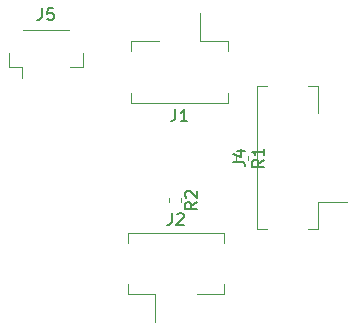
<source format=gbr>
G04 #@! TF.GenerationSoftware,KiCad,Pcbnew,(5.1.5-0)*
G04 #@! TF.CreationDate,2020-12-28T17:14:56-07:00*
G04 #@! TF.ProjectId,back_v2,6261636b-5f76-4322-9e6b-696361645f70,rev?*
G04 #@! TF.SameCoordinates,Original*
G04 #@! TF.FileFunction,Legend,Top*
G04 #@! TF.FilePolarity,Positive*
%FSLAX46Y46*%
G04 Gerber Fmt 4.6, Leading zero omitted, Abs format (unit mm)*
G04 Created by KiCad (PCBNEW (5.1.5-0)) date 2020-12-28 17:14:56*
%MOMM*%
%LPD*%
G04 APERTURE LIST*
%ADD10C,0.120000*%
%ADD11C,0.150000*%
G04 APERTURE END LIST*
D10*
X138590000Y-114028733D02*
X138590000Y-114371267D01*
X139610000Y-114028733D02*
X139610000Y-114371267D01*
X144265000Y-110453733D02*
X144265000Y-110796267D01*
X145285000Y-110453733D02*
X145285000Y-110796267D01*
X126260000Y-99790000D02*
X130140000Y-99790000D01*
X131310000Y-102910000D02*
X130260000Y-102910000D01*
X131310000Y-101760000D02*
X131310000Y-102910000D01*
X126140000Y-102910000D02*
X126140000Y-103900000D01*
X125090000Y-102910000D02*
X126140000Y-102910000D01*
X125090000Y-101760000D02*
X125090000Y-102910000D01*
X146040000Y-104515000D02*
X146890000Y-104515000D01*
X146040000Y-116685000D02*
X146040000Y-104515000D01*
X146890000Y-116685000D02*
X146040000Y-116685000D01*
X151260000Y-104515000D02*
X151260000Y-106840000D01*
X150410000Y-104515000D02*
X151260000Y-104515000D01*
X151260000Y-114360000D02*
X153650000Y-114360000D01*
X151260000Y-116685000D02*
X151260000Y-114360000D01*
X150410000Y-116685000D02*
X151260000Y-116685000D01*
X143285000Y-116940000D02*
X143285000Y-117790000D01*
X135115000Y-116940000D02*
X143285000Y-116940000D01*
X135115000Y-117790000D02*
X135115000Y-116940000D01*
X143285000Y-122160000D02*
X140960000Y-122160000D01*
X143285000Y-121310000D02*
X143285000Y-122160000D01*
X137440000Y-122160000D02*
X137440000Y-124550000D01*
X135115000Y-122160000D02*
X137440000Y-122160000D01*
X135115000Y-121310000D02*
X135115000Y-122160000D01*
X135415000Y-105960000D02*
X135415000Y-105110000D01*
X143585000Y-105960000D02*
X135415000Y-105960000D01*
X143585000Y-105110000D02*
X143585000Y-105960000D01*
X135415000Y-100740000D02*
X137740000Y-100740000D01*
X135415000Y-101590000D02*
X135415000Y-100740000D01*
X141260000Y-100740000D02*
X141260000Y-98350000D01*
X143585000Y-100740000D02*
X141260000Y-100740000D01*
X143585000Y-101590000D02*
X143585000Y-100740000D01*
D11*
X140982380Y-114366666D02*
X140506190Y-114700000D01*
X140982380Y-114938095D02*
X139982380Y-114938095D01*
X139982380Y-114557142D01*
X140030000Y-114461904D01*
X140077619Y-114414285D01*
X140172857Y-114366666D01*
X140315714Y-114366666D01*
X140410952Y-114414285D01*
X140458571Y-114461904D01*
X140506190Y-114557142D01*
X140506190Y-114938095D01*
X140077619Y-113985714D02*
X140030000Y-113938095D01*
X139982380Y-113842857D01*
X139982380Y-113604761D01*
X140030000Y-113509523D01*
X140077619Y-113461904D01*
X140172857Y-113414285D01*
X140268095Y-113414285D01*
X140410952Y-113461904D01*
X140982380Y-114033333D01*
X140982380Y-113414285D01*
X146657380Y-110791666D02*
X146181190Y-111125000D01*
X146657380Y-111363095D02*
X145657380Y-111363095D01*
X145657380Y-110982142D01*
X145705000Y-110886904D01*
X145752619Y-110839285D01*
X145847857Y-110791666D01*
X145990714Y-110791666D01*
X146085952Y-110839285D01*
X146133571Y-110886904D01*
X146181190Y-110982142D01*
X146181190Y-111363095D01*
X146657380Y-109839285D02*
X146657380Y-110410714D01*
X146657380Y-110125000D02*
X145657380Y-110125000D01*
X145800238Y-110220238D01*
X145895476Y-110315476D01*
X145943095Y-110410714D01*
X127866666Y-97952380D02*
X127866666Y-98666666D01*
X127819047Y-98809523D01*
X127723809Y-98904761D01*
X127580952Y-98952380D01*
X127485714Y-98952380D01*
X128819047Y-97952380D02*
X128342857Y-97952380D01*
X128295238Y-98428571D01*
X128342857Y-98380952D01*
X128438095Y-98333333D01*
X128676190Y-98333333D01*
X128771428Y-98380952D01*
X128819047Y-98428571D01*
X128866666Y-98523809D01*
X128866666Y-98761904D01*
X128819047Y-98857142D01*
X128771428Y-98904761D01*
X128676190Y-98952380D01*
X128438095Y-98952380D01*
X128342857Y-98904761D01*
X128295238Y-98857142D01*
X144052380Y-110933333D02*
X144766666Y-110933333D01*
X144909523Y-110980952D01*
X145004761Y-111076190D01*
X145052380Y-111219047D01*
X145052380Y-111314285D01*
X144385714Y-110028571D02*
X145052380Y-110028571D01*
X144004761Y-110266666D02*
X144719047Y-110504761D01*
X144719047Y-109885714D01*
X138866666Y-115302380D02*
X138866666Y-116016666D01*
X138819047Y-116159523D01*
X138723809Y-116254761D01*
X138580952Y-116302380D01*
X138485714Y-116302380D01*
X139295238Y-115397619D02*
X139342857Y-115350000D01*
X139438095Y-115302380D01*
X139676190Y-115302380D01*
X139771428Y-115350000D01*
X139819047Y-115397619D01*
X139866666Y-115492857D01*
X139866666Y-115588095D01*
X139819047Y-115730952D01*
X139247619Y-116302380D01*
X139866666Y-116302380D01*
X139166666Y-106502380D02*
X139166666Y-107216666D01*
X139119047Y-107359523D01*
X139023809Y-107454761D01*
X138880952Y-107502380D01*
X138785714Y-107502380D01*
X140166666Y-107502380D02*
X139595238Y-107502380D01*
X139880952Y-107502380D02*
X139880952Y-106502380D01*
X139785714Y-106645238D01*
X139690476Y-106740476D01*
X139595238Y-106788095D01*
M02*

</source>
